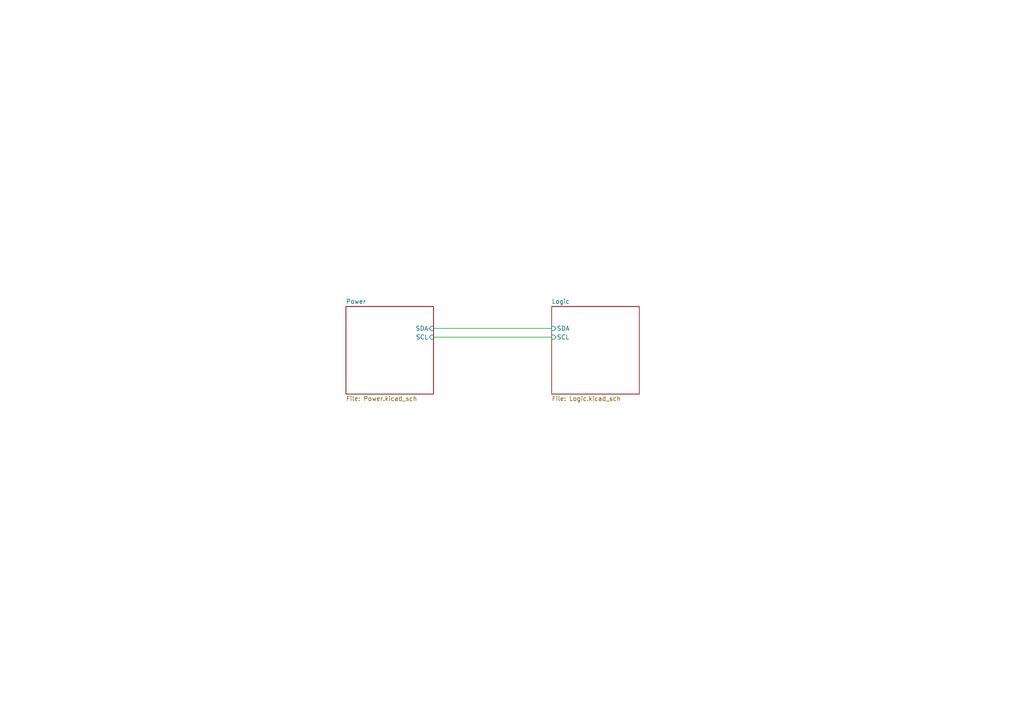
<source format=kicad_sch>
(kicad_sch
	(version 20250114)
	(generator "eeschema")
	(generator_version "9.0")
	(uuid "d7c31a86-0f1d-461f-96b3-0b094256e729")
	(paper "A4")
	(lib_symbols)
	(wire
		(pts
			(xy 125.73 97.79) (xy 160.02 97.79)
		)
		(stroke
			(width 0)
			(type default)
		)
		(uuid "1e8b66c5-732e-4843-9662-885decc90725")
	)
	(wire
		(pts
			(xy 125.73 95.25) (xy 160.02 95.25)
		)
		(stroke
			(width 0)
			(type default)
		)
		(uuid "a50df30e-6827-44c8-8495-95ee73f875ce")
	)
	(sheet
		(at 160.02 88.9)
		(size 25.4 25.4)
		(exclude_from_sim no)
		(in_bom yes)
		(on_board yes)
		(dnp no)
		(fields_autoplaced yes)
		(stroke
			(width 0.1524)
			(type solid)
		)
		(fill
			(color 0 0 0 0.0000)
		)
		(uuid "c00ec276-a10d-444d-a8fa-1ff89a3842ef")
		(property "Sheetname" "Logic"
			(at 160.02 88.1884 0)
			(effects
				(font
					(size 1.27 1.27)
				)
				(justify left bottom)
			)
		)
		(property "Sheetfile" "Logic.kicad_sch"
			(at 160.02 114.8846 0)
			(effects
				(font
					(size 1.27 1.27)
				)
				(justify left top)
			)
		)
		(pin "SDA" input
			(at 160.02 95.25 180)
			(uuid "1ceabd77-5a3e-49a9-9847-a8a05955d6d2")
			(effects
				(font
					(size 1.27 1.27)
				)
				(justify left)
			)
		)
		(pin "SCL" input
			(at 160.02 97.79 180)
			(uuid "f38ff705-01e7-43e2-836b-e27f20547ba0")
			(effects
				(font
					(size 1.27 1.27)
				)
				(justify left)
			)
		)
		(instances
			(project "MonpolyElectronicV2"
				(path "/d7c31a86-0f1d-461f-96b3-0b094256e729"
					(page "3")
				)
			)
		)
	)
	(sheet
		(at 100.33 88.9)
		(size 25.4 25.4)
		(exclude_from_sim no)
		(in_bom yes)
		(on_board yes)
		(dnp no)
		(fields_autoplaced yes)
		(stroke
			(width 0.1524)
			(type solid)
		)
		(fill
			(color 0 0 0 0.0000)
		)
		(uuid "f3a0dc57-f483-416a-a0c7-91cb7e9a3802")
		(property "Sheetname" "Power"
			(at 100.33 88.1884 0)
			(effects
				(font
					(size 1.27 1.27)
				)
				(justify left bottom)
			)
		)
		(property "Sheetfile" "Power.kicad_sch"
			(at 100.33 114.8846 0)
			(effects
				(font
					(size 1.27 1.27)
				)
				(justify left top)
			)
		)
		(pin "SCL" input
			(at 125.73 97.79 0)
			(uuid "8e7324ca-24c9-45eb-80a4-0b3c20e03dad")
			(effects
				(font
					(size 1.27 1.27)
				)
				(justify right)
			)
		)
		(pin "SDA" input
			(at 125.73 95.25 0)
			(uuid "7eb6b043-8300-46e7-9d15-2153245181e7")
			(effects
				(font
					(size 1.27 1.27)
				)
				(justify right)
			)
		)
		(instances
			(project "MonpolyElectronicV2"
				(path "/d7c31a86-0f1d-461f-96b3-0b094256e729"
					(page "2")
				)
			)
		)
	)
	(sheet_instances
		(path "/"
			(page "1")
		)
	)
	(embedded_fonts no)
)

</source>
